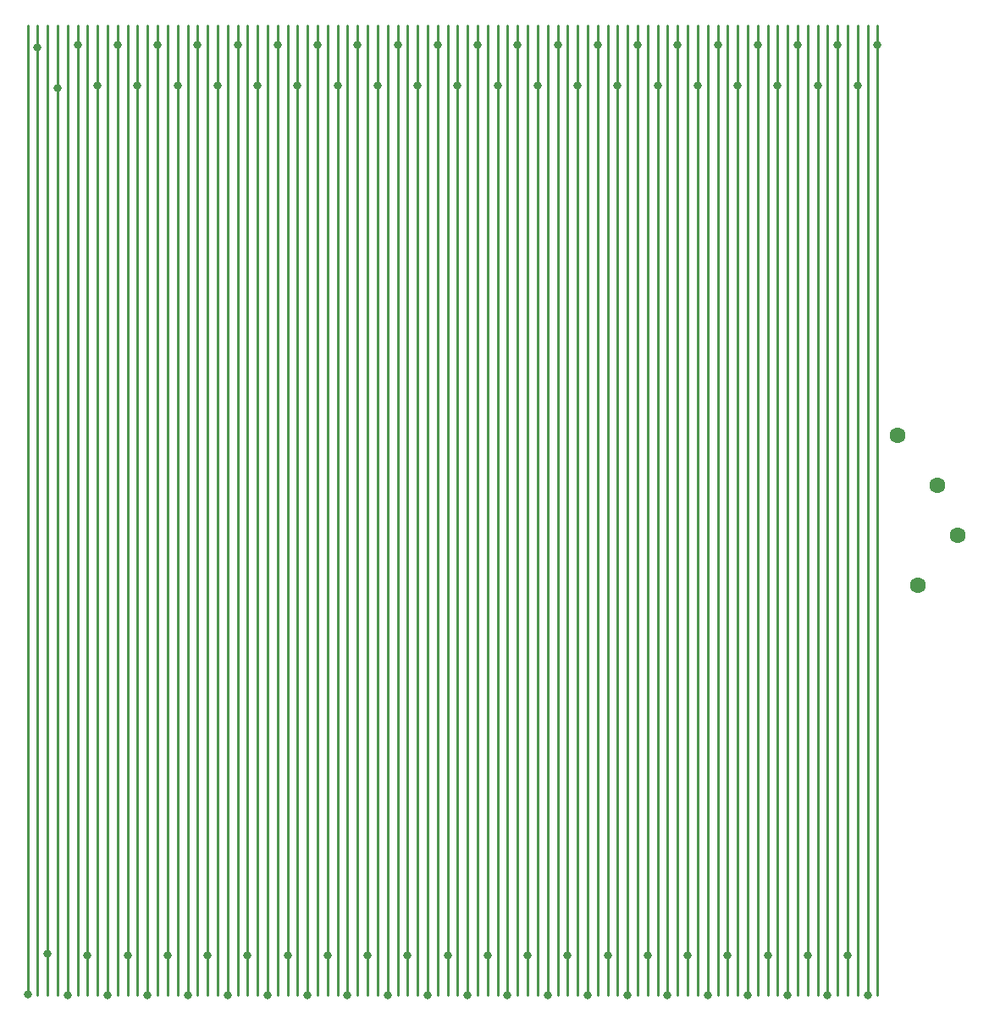
<source format=gbr>
G04 #@! TF.GenerationSoftware,KiCad,Pcbnew,(5.1.9)-1*
G04 #@! TF.CreationDate,2021-04-12T22:56:46-07:00*
G04 #@! TF.ProjectId,2 layer FINAL test board,32206c61-7965-4722-9046-494e414c2074,rev?*
G04 #@! TF.SameCoordinates,Original*
G04 #@! TF.FileFunction,Copper,L1,Top*
G04 #@! TF.FilePolarity,Positive*
%FSLAX46Y46*%
G04 Gerber Fmt 4.6, Leading zero omitted, Abs format (unit mm)*
G04 Created by KiCad (PCBNEW (5.1.9)-1) date 2021-04-12 22:56:46*
%MOMM*%
%LPD*%
G01*
G04 APERTURE LIST*
G04 #@! TA.AperFunction,ViaPad*
%ADD10C,0.800000*%
G04 #@! TD*
G04 #@! TA.AperFunction,ViaPad*
%ADD11C,1.600000*%
G04 #@! TD*
G04 #@! TA.AperFunction,Conductor*
%ADD12C,0.250000*%
G04 #@! TD*
G04 APERTURE END LIST*
D10*
X93000000Y-150900000D03*
X95000000Y-146800000D03*
X97000000Y-151000000D03*
X99000000Y-147000000D03*
X101000000Y-151000000D03*
X105000000Y-151000000D03*
X109000000Y-151000000D03*
X113000000Y-151000000D03*
X117000000Y-151000000D03*
X121000000Y-151000000D03*
X125000000Y-151000000D03*
X129000000Y-151000000D03*
X133000000Y-151000000D03*
X137000000Y-151000000D03*
X141000000Y-151000000D03*
X145000000Y-151000000D03*
X149000000Y-151000000D03*
X153000000Y-151000000D03*
X157000000Y-151000000D03*
X161000000Y-151000000D03*
X165000000Y-151000000D03*
X169000000Y-151000000D03*
X173000000Y-151000000D03*
X177000000Y-151000000D03*
X103000000Y-147000000D03*
X107000000Y-147000000D03*
X111000000Y-147000000D03*
X115000000Y-147000000D03*
X119000000Y-147000000D03*
X123000000Y-147000000D03*
X127000000Y-147000000D03*
X131000000Y-147000000D03*
X135000000Y-147000000D03*
X139000000Y-147000000D03*
X143000000Y-147000000D03*
X147000000Y-147000000D03*
X151000000Y-147000000D03*
X155000000Y-147000000D03*
X159000000Y-147000000D03*
X163000000Y-147000000D03*
X167000000Y-147000000D03*
X171000000Y-147000000D03*
X175000000Y-147000000D03*
X94000000Y-56200000D03*
X96000000Y-60300000D03*
X98000000Y-56000000D03*
X100000000Y-60000000D03*
X104000000Y-60000000D03*
X108000000Y-60000000D03*
X112000000Y-60000000D03*
X116000000Y-60000000D03*
X120000000Y-60000000D03*
X124000000Y-60000000D03*
X128000000Y-60000000D03*
X132000000Y-60000000D03*
X136000000Y-60000000D03*
X140000000Y-60000000D03*
X144000000Y-60000000D03*
X148000000Y-60000000D03*
X152000000Y-60000000D03*
X156000000Y-60000000D03*
X160000000Y-60000000D03*
X164000000Y-60000000D03*
X168000000Y-60000000D03*
X172000000Y-60000000D03*
X176000000Y-60000000D03*
X102000000Y-56000000D03*
X106000000Y-56000000D03*
X110000000Y-56000000D03*
X114000000Y-56000000D03*
X118000000Y-56000000D03*
X122000000Y-56000000D03*
X126000000Y-56000000D03*
X130000000Y-56000000D03*
X134000000Y-56000000D03*
X138000000Y-56000000D03*
X142000000Y-56000000D03*
X146000000Y-56000000D03*
X150000000Y-56000000D03*
X154000000Y-56000000D03*
X158000000Y-56000000D03*
X162000000Y-56000000D03*
X166000000Y-56000000D03*
X170000000Y-56000000D03*
X174000000Y-56000000D03*
X178000000Y-56000000D03*
D11*
X186000000Y-105000000D03*
X184000000Y-100000000D03*
X180000000Y-95000000D03*
X182000000Y-110000000D03*
D12*
X93000000Y-54000000D02*
X93000000Y-151000000D01*
X94000000Y-54000000D02*
X94000000Y-56000000D01*
X95000000Y-54000000D02*
X95000000Y-147000000D01*
X96000000Y-54000000D02*
X96000000Y-58000000D01*
X97000000Y-54000000D02*
X97000000Y-151000000D01*
X98000000Y-54000000D02*
X98000000Y-56000000D01*
X99000000Y-54000000D02*
X99000000Y-147000000D01*
X100000000Y-54000000D02*
X100000000Y-60000000D01*
X101000000Y-54000000D02*
X101000000Y-151000000D01*
X102000000Y-54000000D02*
X102000000Y-151000000D01*
X103000000Y-54000000D02*
X103000000Y-151000000D01*
X104000000Y-54000000D02*
X104000000Y-151000000D01*
X105000000Y-54000000D02*
X105000000Y-151000000D01*
X106000000Y-54000000D02*
X106000000Y-151000000D01*
X107000000Y-54000000D02*
X107000000Y-151000000D01*
X108000000Y-54000000D02*
X108000000Y-151000000D01*
X109000000Y-54000000D02*
X109000000Y-151000000D01*
X110000000Y-54000000D02*
X110000000Y-151000000D01*
X111000000Y-54000000D02*
X111000000Y-151000000D01*
X112000000Y-54000000D02*
X112000000Y-151000000D01*
X113000000Y-54000000D02*
X113000000Y-151000000D01*
X114000000Y-54000000D02*
X114000000Y-151000000D01*
X115000000Y-54000000D02*
X115000000Y-151000000D01*
X116000000Y-54000000D02*
X116000000Y-151000000D01*
X117000000Y-54000000D02*
X117000000Y-151000000D01*
X118000000Y-54000000D02*
X118000000Y-151000000D01*
X119000000Y-54000000D02*
X119000000Y-151000000D01*
X120000000Y-54000000D02*
X120000000Y-151000000D01*
X121000000Y-54000000D02*
X121000000Y-151000000D01*
X122000000Y-54000000D02*
X122000000Y-151000000D01*
X123000000Y-54000000D02*
X123000000Y-151000000D01*
X124000000Y-54000000D02*
X124000000Y-151000000D01*
X125000000Y-54000000D02*
X125000000Y-151000000D01*
X126000000Y-54000000D02*
X126000000Y-151000000D01*
X127000000Y-54000000D02*
X127000000Y-151000000D01*
X128000000Y-54000000D02*
X128000000Y-151000000D01*
X129000000Y-54000000D02*
X129000000Y-151000000D01*
X130000000Y-54000000D02*
X130000000Y-151000000D01*
X131000000Y-54000000D02*
X131000000Y-151000000D01*
X132000000Y-54000000D02*
X132000000Y-151000000D01*
X133000000Y-54000000D02*
X133000000Y-151000000D01*
X134000000Y-54000000D02*
X134000000Y-151000000D01*
X135000000Y-54000000D02*
X135000000Y-151000000D01*
X136000000Y-54000000D02*
X136000000Y-151000000D01*
X137000000Y-54000000D02*
X137000000Y-151000000D01*
X138000000Y-54000000D02*
X138000000Y-151000000D01*
X139000000Y-54000000D02*
X139000000Y-151000000D01*
X140000000Y-54000000D02*
X140000000Y-151000000D01*
X141000000Y-54000000D02*
X141000000Y-151000000D01*
X142000000Y-54000000D02*
X142000000Y-151000000D01*
X143000000Y-54000000D02*
X143000000Y-151000000D01*
X144000000Y-54000000D02*
X144000000Y-151000000D01*
X145000000Y-54000000D02*
X145000000Y-151000000D01*
X146000000Y-54000000D02*
X146000000Y-151000000D01*
X147000000Y-54000000D02*
X147000000Y-151000000D01*
X148000000Y-54000000D02*
X148000000Y-151000000D01*
X149000000Y-54000000D02*
X149000000Y-151000000D01*
X150000000Y-54000000D02*
X150000000Y-151000000D01*
X151000000Y-54000000D02*
X151000000Y-151000000D01*
X152000000Y-54000000D02*
X152000000Y-151000000D01*
X153000000Y-54000000D02*
X153000000Y-151000000D01*
X154000000Y-54000000D02*
X154000000Y-151000000D01*
X155000000Y-54000000D02*
X155000000Y-151000000D01*
X156000000Y-54000000D02*
X156000000Y-151000000D01*
X157000000Y-54000000D02*
X157000000Y-151000000D01*
X158000000Y-54000000D02*
X158000000Y-151000000D01*
X159000000Y-54000000D02*
X159000000Y-151000000D01*
X160000000Y-54000000D02*
X160000000Y-151000000D01*
X161000000Y-54000000D02*
X161000000Y-151000000D01*
X162000000Y-54000000D02*
X162000000Y-151000000D01*
X163000000Y-54000000D02*
X163000000Y-151000000D01*
X164000000Y-54000000D02*
X164000000Y-151000000D01*
X165000000Y-54000000D02*
X165000000Y-151000000D01*
X166000000Y-54000000D02*
X166000000Y-151000000D01*
X167000000Y-54000000D02*
X167000000Y-151000000D01*
X168000000Y-54000000D02*
X168000000Y-151000000D01*
X169000000Y-54000000D02*
X169000000Y-151000000D01*
X170000000Y-54000000D02*
X170000000Y-151000000D01*
X171000000Y-54000000D02*
X171000000Y-151000000D01*
X172000000Y-54000000D02*
X172000000Y-151000000D01*
X173000000Y-54000000D02*
X173000000Y-151000000D01*
X174000000Y-54000000D02*
X174000000Y-151000000D01*
X175000000Y-54000000D02*
X175000000Y-151000000D01*
X176000000Y-54000000D02*
X176000000Y-151000000D01*
X177000000Y-54000000D02*
X177000000Y-151000000D01*
X178000000Y-54000000D02*
X178000000Y-151000000D01*
X93000000Y-151000000D02*
X93000000Y-151000000D01*
X95000000Y-147000000D02*
X95000000Y-151000000D01*
X97000000Y-151000000D02*
X97000000Y-151000000D01*
X99000000Y-147000000D02*
X99000000Y-151000000D01*
X94000000Y-56000000D02*
X94000000Y-151000000D01*
X96000000Y-58000000D02*
X96000000Y-60000000D01*
X96000000Y-60000000D02*
X96000000Y-151000000D01*
X98000000Y-56000000D02*
X98000000Y-151000000D01*
X100000000Y-60000000D02*
X100000000Y-151000000D01*
M02*

</source>
